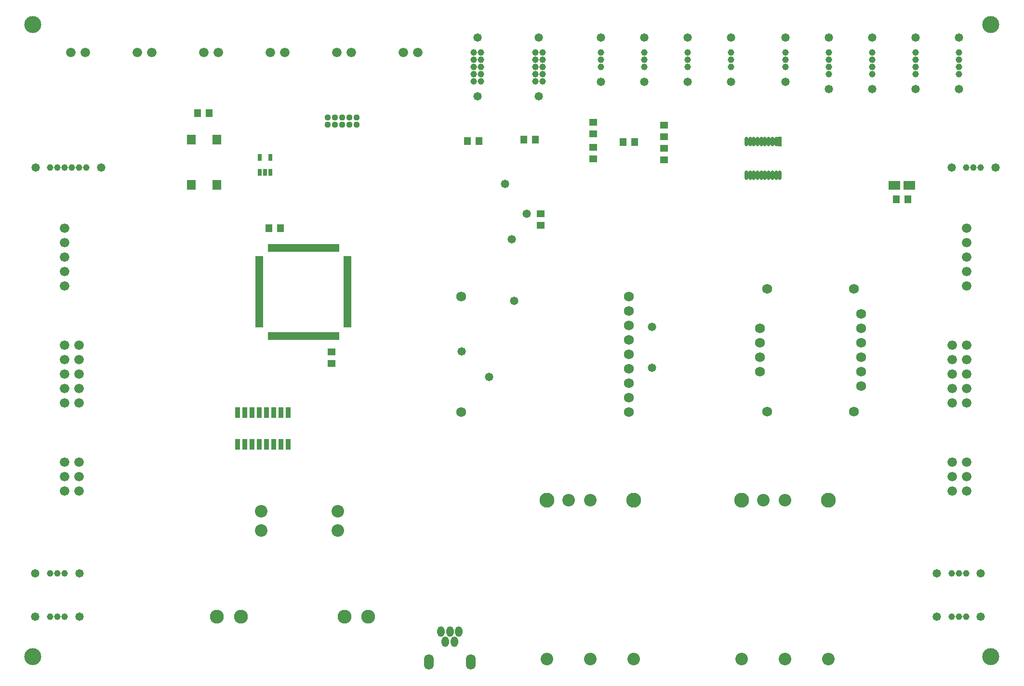
<source format=gts>
G04 Layer_Color=8388736*
%FSLAX25Y25*%
%MOIN*%
G70*
G01*
G75*
%ADD22O,0.06693X0.10630*%
%ADD48C,0.06800*%
%ADD68R,0.01981X0.05524*%
%ADD69R,0.05524X0.01981*%
%ADD70R,0.07926X0.05997*%
%ADD71R,0.03162X0.05131*%
%ADD72R,0.04800X0.05800*%
%ADD73R,0.05800X0.04800*%
%ADD74O,0.02572X0.06509*%
%ADD75R,0.02572X0.06509*%
%ADD76R,0.05918X0.06902*%
%ADD77R,0.03359X0.07690*%
%ADD78O,0.05131X0.07296*%
%ADD79C,0.06600*%
%ADD80C,0.11800*%
%ADD81C,0.08675*%
%ADD82C,0.10300*%
%ADD83C,0.04600*%
%ADD84C,0.05800*%
%ADD85C,0.08674*%
%ADD86C,0.04400*%
%ADD87C,0.09658*%
D22*
X319020Y14997D02*
D03*
X290280D02*
D03*
D48*
X428500Y268000D02*
D03*
Y258000D02*
D03*
Y248000D02*
D03*
Y238000D02*
D03*
Y228000D02*
D03*
Y218000D02*
D03*
Y208000D02*
D03*
Y198000D02*
D03*
Y188000D02*
D03*
X312500Y268000D02*
D03*
Y188000D02*
D03*
X519000Y246000D02*
D03*
Y236000D02*
D03*
Y226000D02*
D03*
Y216000D02*
D03*
X589000Y256000D02*
D03*
Y246000D02*
D03*
Y236000D02*
D03*
Y226000D02*
D03*
Y216000D02*
D03*
Y206000D02*
D03*
X584000Y273500D02*
D03*
Y188500D02*
D03*
X524000Y273500D02*
D03*
Y188500D02*
D03*
D68*
X179778Y301812D02*
D03*
X181746D02*
D03*
X183715D02*
D03*
X185684D02*
D03*
X187652D02*
D03*
X189620D02*
D03*
X191589D02*
D03*
X193558D02*
D03*
X195526D02*
D03*
X197494D02*
D03*
X199463D02*
D03*
X201431D02*
D03*
X203400D02*
D03*
X205368D02*
D03*
X207337D02*
D03*
X209306D02*
D03*
X211274D02*
D03*
X213243D02*
D03*
X215211D02*
D03*
X217179D02*
D03*
X219148D02*
D03*
X221116D02*
D03*
X223085D02*
D03*
X225054D02*
D03*
X227022D02*
D03*
Y240788D02*
D03*
X225054D02*
D03*
X223085D02*
D03*
X221116D02*
D03*
X219148D02*
D03*
X217179D02*
D03*
X215211D02*
D03*
X213243D02*
D03*
X211274D02*
D03*
X209306D02*
D03*
X207337D02*
D03*
X205368D02*
D03*
X203400D02*
D03*
X201431D02*
D03*
X199463D02*
D03*
X197494D02*
D03*
X195526D02*
D03*
X193558D02*
D03*
X191589D02*
D03*
X189620D02*
D03*
X187652D02*
D03*
X185684D02*
D03*
X183715D02*
D03*
X181746D02*
D03*
X179778D02*
D03*
D69*
X233912Y294922D02*
D03*
Y292953D02*
D03*
Y290985D02*
D03*
Y289017D02*
D03*
Y287048D02*
D03*
Y285080D02*
D03*
Y283111D02*
D03*
Y281142D02*
D03*
Y279174D02*
D03*
Y277205D02*
D03*
Y275237D02*
D03*
Y273269D02*
D03*
Y271300D02*
D03*
Y269332D02*
D03*
Y267363D02*
D03*
Y265394D02*
D03*
Y263426D02*
D03*
Y261457D02*
D03*
Y259489D02*
D03*
Y257521D02*
D03*
Y255552D02*
D03*
Y253584D02*
D03*
Y251615D02*
D03*
Y249646D02*
D03*
Y247678D02*
D03*
X172888D02*
D03*
Y249646D02*
D03*
Y251615D02*
D03*
Y253584D02*
D03*
Y255552D02*
D03*
Y257521D02*
D03*
Y259489D02*
D03*
Y261457D02*
D03*
Y263426D02*
D03*
Y265394D02*
D03*
Y267363D02*
D03*
Y269332D02*
D03*
Y271300D02*
D03*
Y273269D02*
D03*
Y275237D02*
D03*
Y277205D02*
D03*
Y279174D02*
D03*
Y281142D02*
D03*
Y283111D02*
D03*
Y285080D02*
D03*
Y287048D02*
D03*
Y289017D02*
D03*
Y290985D02*
D03*
Y292953D02*
D03*
Y294922D02*
D03*
D70*
X622435Y344933D02*
D03*
X612199D02*
D03*
D71*
X180640Y364436D02*
D03*
X173160D02*
D03*
Y354200D02*
D03*
X176900D02*
D03*
X180640D02*
D03*
D72*
X613332Y335232D02*
D03*
X621332D02*
D03*
X130000Y395000D02*
D03*
X138000D02*
D03*
X324650Y375550D02*
D03*
X316650D02*
D03*
X355900Y376750D02*
D03*
X363900D02*
D03*
X424500Y375000D02*
D03*
X432500D02*
D03*
X179600Y315300D02*
D03*
X187600D02*
D03*
D73*
X222800Y221800D02*
D03*
Y229800D02*
D03*
X452950Y362700D02*
D03*
Y370700D02*
D03*
X403650Y363350D02*
D03*
Y371350D02*
D03*
X452950Y378700D02*
D03*
Y386700D02*
D03*
X403650Y388850D02*
D03*
Y380850D02*
D03*
X367550Y325450D02*
D03*
Y317450D02*
D03*
D74*
X509846Y352150D02*
D03*
X512405D02*
D03*
X514964D02*
D03*
X517523D02*
D03*
X520082D02*
D03*
X522641D02*
D03*
X525200D02*
D03*
X527759D02*
D03*
X530318D02*
D03*
X532877D02*
D03*
X509846Y375378D02*
D03*
X512405D02*
D03*
X514964D02*
D03*
X517523D02*
D03*
X520082D02*
D03*
X522641D02*
D03*
X525200D02*
D03*
X527759D02*
D03*
X530318D02*
D03*
D75*
X532877D02*
D03*
D76*
X125784Y376799D02*
D03*
Y345500D02*
D03*
X143500D02*
D03*
Y376799D02*
D03*
D77*
X192950Y165750D02*
D03*
X187950D02*
D03*
X182950D02*
D03*
X177950D02*
D03*
X172950D02*
D03*
X167950D02*
D03*
X162950D02*
D03*
X157950D02*
D03*
Y187797D02*
D03*
X162950D02*
D03*
X167950D02*
D03*
X172950D02*
D03*
X177950D02*
D03*
X182950D02*
D03*
X187950D02*
D03*
X192950D02*
D03*
D78*
X298351Y35962D02*
D03*
X304650D02*
D03*
X310949D02*
D03*
X301500Y29072D02*
D03*
X307800D02*
D03*
D79*
X652000Y133500D02*
D03*
Y143500D02*
D03*
Y153500D02*
D03*
X662000Y133500D02*
D03*
Y143500D02*
D03*
Y153500D02*
D03*
X48000D02*
D03*
Y143500D02*
D03*
Y133500D02*
D03*
X38000Y153500D02*
D03*
Y143500D02*
D03*
Y133500D02*
D03*
X226500Y437000D02*
D03*
X236500D02*
D03*
X272500D02*
D03*
X282500D02*
D03*
X88500D02*
D03*
X98500D02*
D03*
X42500D02*
D03*
X52500D02*
D03*
X38000Y315500D02*
D03*
Y305500D02*
D03*
Y295500D02*
D03*
Y285500D02*
D03*
Y275500D02*
D03*
X48000Y234500D02*
D03*
Y224500D02*
D03*
X38000Y234500D02*
D03*
Y224500D02*
D03*
Y194500D02*
D03*
Y204500D02*
D03*
Y214500D02*
D03*
X48000Y194500D02*
D03*
Y204500D02*
D03*
Y214500D02*
D03*
X662000Y275500D02*
D03*
Y285500D02*
D03*
Y295500D02*
D03*
Y305500D02*
D03*
Y315500D02*
D03*
X652000Y194500D02*
D03*
Y204500D02*
D03*
X662000Y194500D02*
D03*
Y204500D02*
D03*
Y234500D02*
D03*
Y224500D02*
D03*
Y214500D02*
D03*
X652000Y234500D02*
D03*
Y224500D02*
D03*
Y214500D02*
D03*
X134500Y437000D02*
D03*
X144500D02*
D03*
X180500D02*
D03*
X190500D02*
D03*
D80*
X16250Y18750D02*
D03*
X678750D02*
D03*
X16250Y456250D02*
D03*
X678750D02*
D03*
D81*
X506500Y17200D02*
D03*
X536500D02*
D03*
X566500D02*
D03*
X521500Y127200D02*
D03*
X536500D02*
D03*
X371750Y17200D02*
D03*
X401750D02*
D03*
X431750D02*
D03*
X386750Y127200D02*
D03*
X401750D02*
D03*
D82*
X506500D02*
D03*
X566500D02*
D03*
X371750D02*
D03*
X431750D02*
D03*
D83*
X409250Y437050D02*
D03*
Y432050D02*
D03*
Y427050D02*
D03*
X439250Y437050D02*
D03*
Y432050D02*
D03*
Y427050D02*
D03*
X469250Y437050D02*
D03*
Y432050D02*
D03*
Y427050D02*
D03*
X499250Y437050D02*
D03*
Y432050D02*
D03*
Y427050D02*
D03*
X326300D02*
D03*
Y417050D02*
D03*
Y422050D02*
D03*
Y432050D02*
D03*
Y437050D02*
D03*
X321300D02*
D03*
Y432050D02*
D03*
Y422050D02*
D03*
Y417050D02*
D03*
Y427050D02*
D03*
X671850Y357500D02*
D03*
X666850D02*
D03*
X661850D02*
D03*
X368800Y427050D02*
D03*
Y417050D02*
D03*
Y422050D02*
D03*
Y432050D02*
D03*
Y437050D02*
D03*
X363800D02*
D03*
Y432050D02*
D03*
Y422050D02*
D03*
Y417050D02*
D03*
Y427050D02*
D03*
X28150Y76250D02*
D03*
X33150D02*
D03*
X38150D02*
D03*
X28150Y46250D02*
D03*
X33150D02*
D03*
X38150D02*
D03*
X661650Y76250D02*
D03*
X656650D02*
D03*
X651650D02*
D03*
X661650Y46250D02*
D03*
X656650D02*
D03*
X651650D02*
D03*
X566750Y437050D02*
D03*
Y427050D02*
D03*
Y422050D02*
D03*
Y432050D02*
D03*
X596750Y437050D02*
D03*
Y427050D02*
D03*
Y422050D02*
D03*
Y432050D02*
D03*
X626750Y437050D02*
D03*
Y427050D02*
D03*
Y422050D02*
D03*
Y432050D02*
D03*
X656750Y437050D02*
D03*
Y427050D02*
D03*
Y422050D02*
D03*
Y432050D02*
D03*
X28150Y357500D02*
D03*
X33150D02*
D03*
X43150D02*
D03*
X53150D02*
D03*
X48150D02*
D03*
X38150D02*
D03*
X536750Y437050D02*
D03*
Y432050D02*
D03*
Y427050D02*
D03*
D84*
X409250Y447250D02*
D03*
Y416850D02*
D03*
X439250Y447250D02*
D03*
Y416850D02*
D03*
X469250Y447250D02*
D03*
Y416850D02*
D03*
X499250Y447250D02*
D03*
Y416850D02*
D03*
X323800Y447250D02*
D03*
Y406850D02*
D03*
X682050Y357500D02*
D03*
X651650D02*
D03*
X366300Y447250D02*
D03*
Y406850D02*
D03*
X17950Y76250D02*
D03*
X48350D02*
D03*
X17950Y46250D02*
D03*
X48350D02*
D03*
X671850Y76250D02*
D03*
X641450D02*
D03*
X671850Y46250D02*
D03*
X641450D02*
D03*
X566750Y447250D02*
D03*
Y411850D02*
D03*
X596750Y447250D02*
D03*
Y411850D02*
D03*
X626750Y447250D02*
D03*
Y411850D02*
D03*
X656750Y447250D02*
D03*
Y411850D02*
D03*
X63350Y357500D02*
D03*
X18150D02*
D03*
X536750Y447250D02*
D03*
Y416850D02*
D03*
X331850Y212450D02*
D03*
X349050Y265100D02*
D03*
X347500Y307800D02*
D03*
X357900Y325450D02*
D03*
X342750Y346100D02*
D03*
X312750Y230100D02*
D03*
X444350Y218650D02*
D03*
Y247200D02*
D03*
D85*
X227000Y106000D02*
D03*
Y119400D02*
D03*
X174000D02*
D03*
Y106000D02*
D03*
D86*
X220150Y386900D02*
D03*
Y391900D02*
D03*
X225150Y386900D02*
D03*
Y391900D02*
D03*
X230150Y386900D02*
D03*
Y391900D02*
D03*
X235150Y386900D02*
D03*
Y391900D02*
D03*
X240150Y386900D02*
D03*
Y391900D02*
D03*
D87*
X160000Y46500D02*
D03*
X143504D02*
D03*
X248250D02*
D03*
X231754D02*
D03*
M02*

</source>
